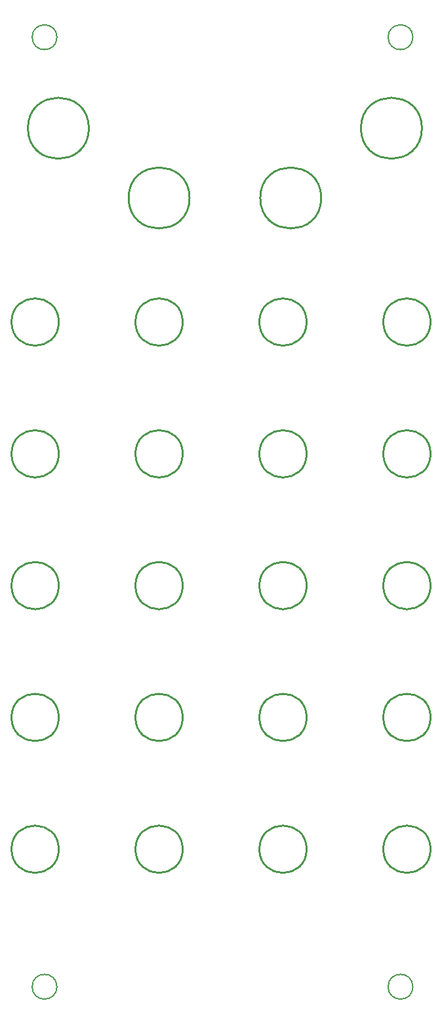
<source format=gko>
G04 Layer_Color=16711935*
%FSLAX25Y25*%
%MOIN*%
G70*
G01*
G75*
%ADD12C,0.00500*%
%ADD13C,0.01000*%
D12*
X-204169Y-503583D02*
G03*
X-204169Y-503583I-6299J0D01*
G01*
X-23228Y-21417D02*
G03*
X-23228Y-21417I-6299J0D01*
G01*
X-204173D02*
G03*
X-204173Y-21417I-6299J0D01*
G01*
X-23228Y-503583D02*
G03*
X-23228Y-503583I-6299J0D01*
G01*
D13*
X-14254Y-433760D02*
G03*
X-14254Y-433760I-12008J0D01*
G01*
Y-366831D02*
G03*
X-14254Y-366831I-12008J0D01*
G01*
Y-299902D02*
G03*
X-14254Y-299902I-12008J0D01*
G01*
Y-232972D02*
G03*
X-14254Y-232972I-12008J0D01*
G01*
Y-166043D02*
G03*
X-14254Y-166043I-12008J0D01*
G01*
X-77246Y-433760D02*
G03*
X-77246Y-433760I-12008J0D01*
G01*
Y-366831D02*
G03*
X-77246Y-366831I-12008J0D01*
G01*
Y-299902D02*
G03*
X-77246Y-299902I-12008J0D01*
G01*
Y-232972D02*
G03*
X-77246Y-232972I-12008J0D01*
G01*
Y-166043D02*
G03*
X-77246Y-166043I-12008J0D01*
G01*
X-140238Y-433760D02*
G03*
X-140238Y-433760I-12008J0D01*
G01*
Y-366831D02*
G03*
X-140238Y-366831I-12008J0D01*
G01*
Y-299902D02*
G03*
X-140238Y-299902I-12008J0D01*
G01*
Y-232972D02*
G03*
X-140238Y-232972I-12008J0D01*
G01*
Y-166043D02*
G03*
X-140238Y-166043I-12008J0D01*
G01*
X-203230Y-433760D02*
G03*
X-203230Y-433760I-12008J0D01*
G01*
Y-366831D02*
G03*
X-203230Y-366831I-12008J0D01*
G01*
Y-299902D02*
G03*
X-203230Y-299902I-12008J0D01*
G01*
Y-232972D02*
G03*
X-203230Y-232972I-12008J0D01*
G01*
Y-166043D02*
G03*
X-203230Y-166043I-12008J0D01*
G01*
X-69817Y-103051D02*
G03*
X-69817Y-103051I-15500J0D01*
G01*
X-136746D02*
G03*
X-136746Y-103051I-15500J0D01*
G01*
X-18636Y-67618D02*
G03*
X-18636Y-67618I-15500J0D01*
G01*
X-187927D02*
G03*
X-187927Y-67618I-15500J0D01*
G01*
M02*

</source>
